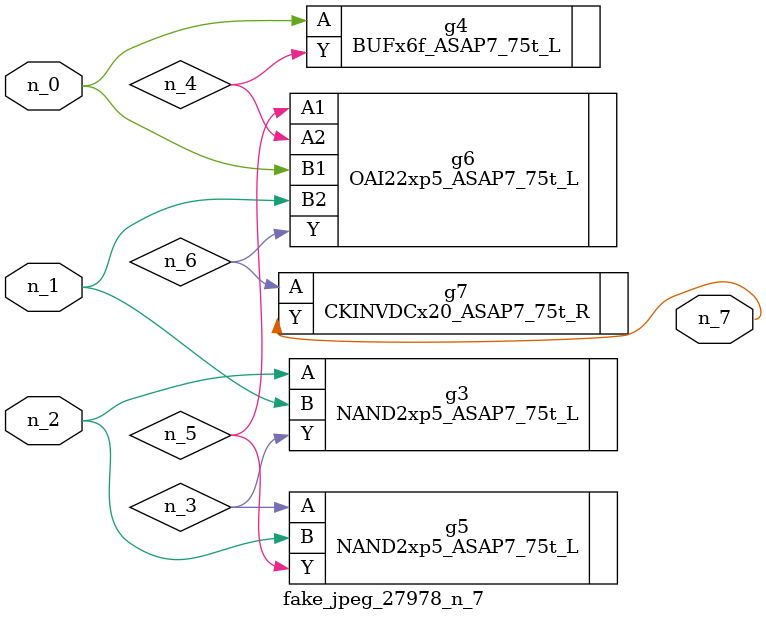
<source format=v>
module fake_jpeg_27978_n_7 (n_0, n_2, n_1, n_7);

input n_0;
input n_2;
input n_1;

output n_7;

wire n_3;
wire n_4;
wire n_6;
wire n_5;

NAND2xp5_ASAP7_75t_L g3 ( 
.A(n_2),
.B(n_1),
.Y(n_3)
);

BUFx6f_ASAP7_75t_L g4 ( 
.A(n_0),
.Y(n_4)
);

NAND2xp5_ASAP7_75t_L g5 ( 
.A(n_3),
.B(n_2),
.Y(n_5)
);

OAI22xp5_ASAP7_75t_L g6 ( 
.A1(n_5),
.A2(n_4),
.B1(n_0),
.B2(n_1),
.Y(n_6)
);

CKINVDCx20_ASAP7_75t_R g7 ( 
.A(n_6),
.Y(n_7)
);


endmodule
</source>
